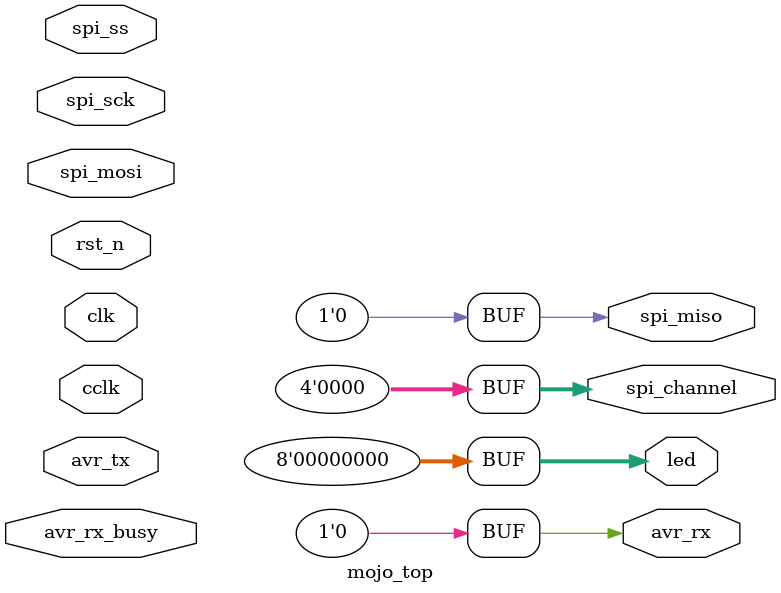
<source format=v>
module mojo_top(	// file.cleaned.mlir:2:3
  input        clk,	// file.cleaned.mlir:2:26
               rst_n,	// file.cleaned.mlir:2:40
               cclk,	// file.cleaned.mlir:2:56
               spi_ss,	// file.cleaned.mlir:2:71
               spi_mosi,	// file.cleaned.mlir:2:88
               spi_sck,	// file.cleaned.mlir:2:107
               avr_tx,	// file.cleaned.mlir:2:125
               avr_rx_busy,	// file.cleaned.mlir:2:142
  output [7:0] led,	// file.cleaned.mlir:2:165
  output       spi_miso,	// file.cleaned.mlir:2:179
  output [3:0] spi_channel,	// file.cleaned.mlir:2:198
  output       avr_rx	// file.cleaned.mlir:2:220
);

  assign led = 8'h0;	// file.cleaned.mlir:5:14, :6:5
  assign spi_miso = 1'h0;	// file.cleaned.mlir:4:14, :6:5
  assign spi_channel = 4'h0;	// file.cleaned.mlir:3:14, :6:5
  assign avr_rx = 1'h0;	// file.cleaned.mlir:4:14, :6:5
endmodule


</source>
